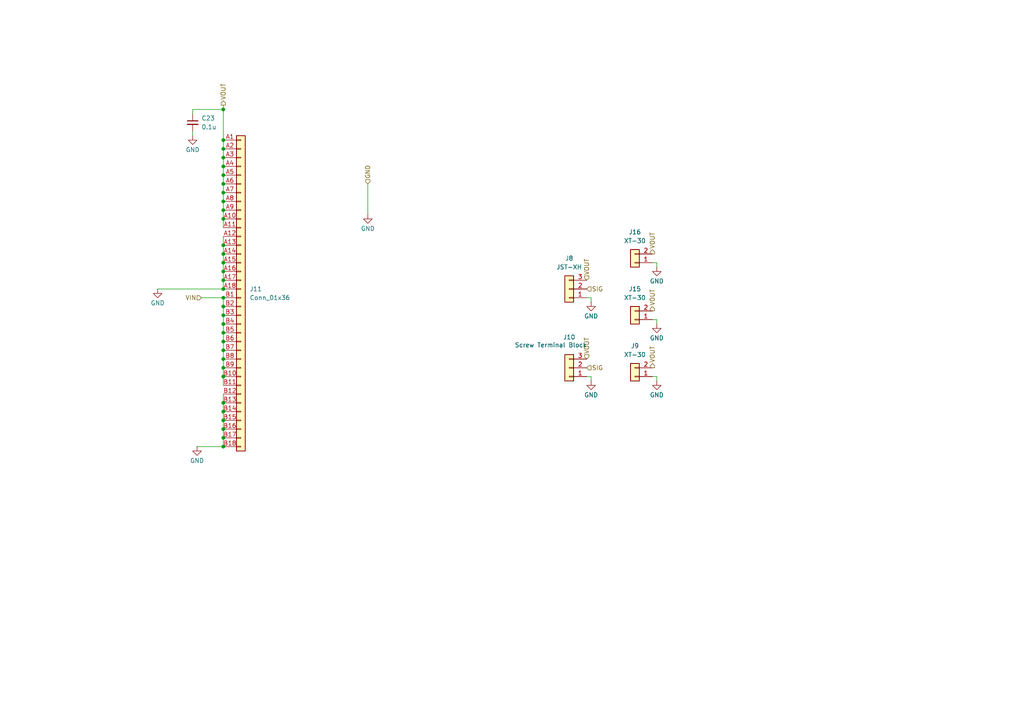
<source format=kicad_sch>
(kicad_sch (version 20250114) (generator "eeschema") (generator_version "9.0")
  (paper "A4")
  (lib_symbols
    (symbol "Conn_01x36_1" (pin_names (offset 1.016) (hide yes))
      (property "Reference" "J4" (at 2.54 0.0001 0))
      (property "Value" "Conn_01x36" (at 2.54 -2.5399 0))
      (symbol "Conn_01x36_1_1_1"
        (rectangle (start -1.27 44.45) (end 1.27 -46.99) (stroke (width 0.254)) (fill (type background)))
        (rectangle (start -1.27 43.307) (end 0 43.053) (stroke (width 0.1524)))
        (rectangle (start -1.27 40.767) (end 0 40.513) (stroke (width 0.1524)))
        (rectangle (start -1.27 38.227) (end 0 37.973) (stroke (width 0.1524)))
        (rectangle (start -1.27 35.687) (end 0 35.433) (stroke (width 0.1524)))
        (rectangle (start -1.27 33.147) (end 0 32.893) (stroke (width 0.1524)))
        (rectangle (start -1.27 30.607) (end 0 30.353) (stroke (width 0.1524)))
        (rectangle (start -1.27 28.067) (end 0 27.813) (stroke (width 0.1524)))
        (rectangle (start -1.27 25.527) (end 0 25.273) (stroke (width 0.1524)))
        (rectangle (start -1.27 22.987) (end 0 22.733) (stroke (width 0.1524)))
        (rectangle (start -1.27 20.447) (end 0 20.193) (stroke (width 0.1524)))
        (rectangle (start -1.27 17.907) (end 0 17.653) (stroke (width 0.1524)))
        (rectangle (start -1.27 15.367) (end 0 15.113) (stroke (width 0.1524)))
        (rectangle (start -1.27 12.827) (end 0 12.573) (stroke (width 0.1524)))
        (rectangle (start -1.27 10.287) (end 0 10.033) (stroke (width 0.1524)))
        (rectangle (start -1.27 7.747) (end 0 7.493) (stroke (width 0.1524)))
        (rectangle (start -1.27 5.207) (end 0 4.953) (stroke (width 0.1524)))
        (rectangle (start -1.27 2.667) (end 0 2.413) (stroke (width 0.1524)))
        (rectangle (start -1.27 0.127) (end 0 -0.127) (stroke (width 0.1524)))
        (rectangle (start -1.27 -2.413) (end 0 -2.667) (stroke (width 0.1524)))
        (rectangle (start -1.27 -4.953) (end 0 -5.207) (stroke (width 0.1524)))
        (rectangle (start -1.27 -7.493) (end 0 -7.747) (stroke (width 0.1524)))
        (rectangle (start -1.27 -10.033) (end 0 -10.287) (stroke (width 0.1524)))
        (rectangle (start -1.27 -12.573) (end 0 -12.827) (stroke (width 0.1524)))
        (rectangle (start -1.27 -15.113) (end 0 -15.367) (stroke (width 0.1524)))
        (rectangle (start -1.27 -17.653) (end 0 -17.907) (stroke (width 0.1524)))
        (rectangle (start -1.27 -20.193) (end 0 -20.447) (stroke (width 0.1524)))
        (rectangle (start -1.27 -22.733) (end 0 -22.987) (stroke (width 0.1524)))
        (rectangle (start -1.27 -25.273) (end 0 -25.527) (stroke (width 0.1524)))
        (rectangle (start -1.27 -27.813) (end 0 -28.067) (stroke (width 0.1524)))
        (rectangle (start -1.27 -30.353) (end 0 -30.607) (stroke (width 0.1524)))
        (rectangle (start -1.27 -32.893) (end 0 -33.147) (stroke (width 0.1524)))
        (rectangle (start -1.27 -35.433) (end 0 -35.687) (stroke (width 0.1524)))
        (rectangle (start -1.27 -37.973) (end 0 -38.227) (stroke (width 0.1524)))
        (rectangle (start -1.27 -40.513) (end 0 -40.767) (stroke (width 0.1524)))
        (rectangle (start -1.27 -43.053) (end 0 -43.307) (stroke (width 0.1524)))
        (rectangle (start -1.27 -45.593) (end 0 -45.847) (stroke (width 0.1524)))
        (pin passive line (at -5.08 43.18 0) (length 3.81) (name "Pin_1") (number "A1"))
        (pin passive line (at -5.08 40.64 0) (length 3.81) (name "Pin_2") (number "A2"))
        (pin passive line (at -5.08 38.1 0) (length 3.81) (name "Pin_3") (number "A3"))
        (pin passive line (at -5.08 35.56 0) (length 3.81) (name "Pin_4") (number "A4"))
        (pin passive line (at -5.08 33.02 0) (length 3.81) (name "Pin_5") (number "A5"))
        (pin passive line (at -5.08 30.48 0) (length 3.81) (name "Pin_6") (number "A6"))
        (pin passive line (at -5.08 27.94 0) (length 3.81) (name "Pin_7") (number "A7"))
        (pin passive line (at -5.08 25.4 0) (length 3.81) (name "Pin_8") (number "A8"))
        (pin passive line (at -5.08 22.86 0) (length 3.81) (name "Pin_9") (number "A9"))
        (pin passive line (at -5.08 20.32 0) (length 3.81) (name "Pin_10") (number "A10"))
        (pin passive line (at -5.08 17.78 0) (length 3.81) (name "Pin_11") (number "A11"))
        (pin passive line (at -5.08 15.24 0) (length 3.81) (name "Pin_12") (number "A12"))
        (pin passive line (at -5.08 12.7 0) (length 3.81) (name "Pin_13") (number "A13"))
        (pin passive line (at -5.08 10.16 0) (length 3.81) (name "Pin_14") (number "A14"))
        (pin passive line (at -5.08 7.62 0) (length 3.81) (name "A15") (number "A15"))
        (pin passive line (at -5.08 5.08 0) (length 3.81) (name "Pin_16") (number "A16"))
        (pin passive line (at -5.08 2.54 0) (length 3.81) (name "Pin_17") (number "A17"))
        (pin passive line (at -5.08 0 0) (length 3.81) (name "Pin_18") (number "A18"))
        (pin passive line (at -5.08 -2.54 0) (length 3.81) (name "Pin_19") (number "B1"))
        (pin passive line (at -5.08 -5.08 0) (length 3.81) (name "Pin_20") (number "B2"))
        (pin passive line (at -5.08 -7.62 0) (length 3.81) (name "Pin_21") (number "B3"))
        (pin passive line (at -5.08 -10.16 0) (length 3.81) (name "Pin_22") (number "B4"))
        (pin passive line (at -5.08 -12.7 0) (length 3.81) (name "Pin_23") (number "B5"))
        (pin passive line (at -5.08 -15.24 0) (length 3.81) (name "Pin_24") (number "B6"))
        (pin passive line (at -5.08 -17.78 0) (length 3.81) (name "Pin_25") (number "B7"))
        (pin passive line (at -5.08 -20.32 0) (length 3.81) (name "Pin_26") (number "B8"))
        (pin passive line (at -5.08 -22.86 0) (length 3.81) (name "Pin_27") (number "B9"))
        (pin passive line (at -5.08 -25.4 0) (length 3.81) (name "Pin_28") (number "B10"))
        (pin passive line (at -5.08 -27.94 0) (length 3.81) (name "Pin_29") (number "B11"))
        (pin passive line (at -5.08 -30.48 0) (length 3.81) (name "Pin_30") (number "B12"))
        (pin passive line (at -5.08 -33.02 0) (length 3.81) (name "Pin_31") (number "B13"))
        (pin passive line (at -5.08 -35.56 0) (length 3.81) (name "Pin_32") (number "B14"))
        (pin passive line (at -5.08 -38.1 0) (length 3.81) (name "Pin_33") (number "B15"))
        (pin passive line (at -5.08 -40.64 0) (length 3.81) (name "Pin_34") (number "B16"))
        (pin passive line (at -5.08 -43.18 0) (length 3.81) (name "Pin_35") (number "B17"))
        (pin passive line (at -5.08 -45.72 0) (length 3.81) (name "Pin_36") (number "B18"))
      )
    )
    (symbol "Connector_Generic:Conn_01x02" (pin_names (offset 1.016) (hide yes))
      (property "Reference" "J" (at 0 2.54 0))
      (property "Value" "Conn_01x02" (at 0 -5.08 0))
      (symbol "Conn_01x02_1_1"
        (rectangle (start -1.27 1.27) (end 1.27 -3.81) (stroke (width 0.254)) (fill (type background)))
        (rectangle (start -1.27 0.127) (end 0 -0.127) (stroke (width 0.1524)))
        (rectangle (start -1.27 -2.413) (end 0 -2.667) (stroke (width 0.1524)))
        (pin passive line (at -5.08 0 0) (length 3.81) (name "Pin_1") (number "1"))
        (pin passive line (at -5.08 -2.54 0) (length 3.81) (name "Pin_2") (number "2"))
      )
    )
    (symbol "Connector_Generic:Conn_01x03" (pin_names (offset 1.016) (hide yes))
      (property "Reference" "J" (at 0 5.08 0))
      (property "Value" "Conn_01x03" (at 0 -5.08 0))
      (symbol "Conn_01x03_1_1"
        (rectangle (start -1.27 3.81) (end 1.27 -3.81) (stroke (width 0.254)) (fill (type background)))
        (rectangle (start -1.27 2.667) (end 0 2.413) (stroke (width 0.1524)))
        (rectangle (start -1.27 0.127) (end 0 -0.127) (stroke (width 0.1524)))
        (rectangle (start -1.27 -2.413) (end 0 -2.667) (stroke (width 0.1524)))
        (pin passive line (at -5.08 2.54 0) (length 3.81) (name "Pin_1") (number "1"))
        (pin passive line (at -5.08 0 0) (length 3.81) (name "Pin_2") (number "2"))
        (pin passive line (at -5.08 -2.54 0) (length 3.81) (name "Pin_3") (number "3"))
      )
    )
    (symbol "Device:C_Small" (pin_numbers (hide yes)) (pin_names (offset 0.254) (hide yes))
      (property "Reference" "C" (at 0.254 1.778 0))
      (property "Value" "C_Small" (at 0.254 -2.032 0))
      (symbol "C_Small_0_1"
        (polyline (pts (xy -1.524 0.508) (xy 1.524 0.508)) (stroke (width 0.3048)))
        (polyline (pts (xy -1.524 -0.508) (xy 1.524 -0.508)) (stroke (width 0.3302)))
      )
      (symbol "C_Small_1_1"
        (pin passive line (at 0 2.54 270) (length 2.032) (name "~") (number "1"))
        (pin passive line (at 0 -2.54 90) (length 2.032) (name "~") (number "2"))
      )
    )
    (symbol "power:GND1" (power) (pin_numbers (hide yes)) (pin_names (offset 0) (hide yes))
      (property "Value" "GND1" (at 0 -3.81 0))
      (symbol "GND1_0_1"
        (polyline (pts (xy 0 0) (xy 0 -1.27) (xy 1.27 -1.27) (xy 0 -2.54) (xy -1.27 -1.27) (xy 0 -1.27)))
      )
      (symbol "GND1_1_1"
        (pin power_in line (at 0 0 270) (length 0) (name "~") (number "1"))
      )
    )
  )
  (junction (at 64.77 83.82))
  (junction (at 64.77 78.74))
  (junction (at 64.77 96.52))
  (junction (at 64.77 60.96))
  (junction (at 64.77 53.34))
  (junction (at 64.77 106.68))
  (junction (at 64.77 124.46))
  (junction (at 64.77 48.26))
  (junction (at 64.77 99.06))
  (junction (at 64.77 40.64))
  (junction (at 64.77 58.42))
  (junction (at 64.77 101.6))
  (junction (at 64.77 45.72))
  (junction (at 64.77 73.66))
  (junction (at 64.77 43.18))
  (junction (at 64.77 121.92))
  (junction (at 64.77 63.5))
  (junction (at 64.77 86.36))
  (junction (at 64.77 104.14))
  (junction (at 64.77 91.44))
  (junction (at 64.77 93.98))
  (junction (at 64.77 129.54))
  (junction (at 64.77 81.28))
  (junction (at 64.77 88.9))
  (junction (at 64.77 76.2))
  (junction (at 64.77 50.8))
  (junction (at 64.77 31.75))
  (junction (at 64.77 127))
  (junction (at 64.77 119.38))
  (junction (at 64.77 55.88))
  (junction (at 64.77 109.22))
  (junction (at 64.77 116.84))
  (junction (at 64.77 71.12))
  (wire (pts (xy 64.77 104.14) (xy 64.77 106.68)))
  (wire (pts (xy 64.77 91.44) (xy 64.77 93.98)))
  (wire (pts (xy 64.77 96.52) (xy 64.77 99.06)))
  (wire (pts (xy 64.77 109.22) (xy 64.77 111.76)))
  (wire (pts (xy 64.77 93.98) (xy 64.77 96.52)))
  (wire (pts (xy 171.45 110.49) (xy 171.45 109.22)))
  (wire (pts (xy 64.77 88.9) (xy 64.77 91.44)))
  (wire (pts (xy 171.45 109.22) (xy 170.18 109.22)))
  (wire (pts (xy 64.77 121.92) (xy 64.77 124.46)))
  (wire (pts (xy 64.77 43.18) (xy 64.77 45.72)))
  (wire (pts (xy 190.5 76.2) (xy 189.23 76.2)))
  (wire (pts (xy 64.77 127) (xy 64.77 129.54)))
  (wire (pts (xy 64.77 119.38) (xy 64.77 121.92)))
  (wire (pts (xy 64.77 50.8) (xy 64.77 53.34)))
  (wire (pts (xy 55.88 31.75) (xy 64.77 31.75)))
  (wire (pts (xy 64.77 60.96) (xy 64.77 63.5)))
  (wire (pts (xy 64.77 116.84) (xy 64.77 119.38)))
  (wire (pts (xy 190.5 92.71) (xy 189.23 92.71)))
  (wire (pts (xy 64.77 101.6) (xy 64.77 104.14)))
  (wire (pts (xy 190.5 77.47) (xy 190.5 76.2)))
  (wire (pts (xy 64.77 53.34) (xy 64.77 55.88)))
  (wire (pts (xy 64.77 68.58) (xy 64.77 71.12)))
  (wire (pts (xy 64.77 73.66) (xy 64.77 76.2)))
  (wire (pts (xy 64.77 99.06) (xy 64.77 101.6)))
  (wire (pts (xy 64.77 76.2) (xy 64.77 78.74)))
  (wire (pts (xy 57.15 129.54) (xy 64.77 129.54)))
  (wire (pts (xy 106.68 53.34) (xy 106.68 62.23)))
  (wire (pts (xy 64.77 58.42) (xy 64.77 60.96)))
  (wire (pts (xy 171.45 87.63) (xy 171.45 86.36)))
  (wire (pts (xy 64.77 124.46) (xy 64.77 127)))
  (wire (pts (xy 58.42 86.36) (xy 64.77 86.36)))
  (wire (pts (xy 190.5 109.22) (xy 189.23 109.22)))
  (wire (pts (xy 64.77 81.28) (xy 64.77 83.82)))
  (wire (pts (xy 64.77 40.64) (xy 64.77 43.18)))
  (wire (pts (xy 190.5 110.49) (xy 190.5 109.22)))
  (wire (pts (xy 64.77 55.88) (xy 64.77 58.42)))
  (wire (pts (xy 64.77 78.74) (xy 64.77 81.28)))
  (wire (pts (xy 45.72 83.82) (xy 64.77 83.82)))
  (wire (pts (xy 190.5 93.98) (xy 190.5 92.71)))
  (wire (pts (xy 64.77 48.26) (xy 64.77 50.8)))
  (wire (pts (xy 64.77 31.75) (xy 64.77 40.64)))
  (wire (pts (xy 64.77 71.12) (xy 64.77 73.66)))
  (wire (pts (xy 64.77 114.3) (xy 64.77 116.84)))
  (wire (pts (xy 64.77 106.68) (xy 64.77 109.22)))
  (wire (pts (xy 64.77 86.36) (xy 64.77 88.9)))
  (wire (pts (xy 55.88 33.02) (xy 55.88 31.75)))
  (wire (pts (xy 171.45 86.36) (xy 170.18 86.36)))
  (wire (pts (xy 64.77 45.72) (xy 64.77 48.26)))
  (wire (pts (xy 55.88 39.37) (xy 55.88 38.1)))
  (wire (pts (xy 64.77 30.48) (xy 64.77 31.75)))
  (wire (pts (xy 64.77 63.5) (xy 64.77 66.04)))
  (hierarchical_label "VOUT" (shape output) (at 189.23 73.66 90))
  (hierarchical_label "SIG" (shape input) (at 170.18 83.82 0))
  (hierarchical_label "VOUT" (shape input) (at 170.18 104.14 90))
  (hierarchical_label "VOUT" (shape output) (at 189.23 106.68 90))
  (hierarchical_label "SIG" (shape input) (at 170.18 106.68 0))
  (hierarchical_label "GND" (shape input) (at 106.68 53.34 90))
  (hierarchical_label "VOUT" (shape output) (at 189.23 90.17 90))
  (hierarchical_label "VOUT" (shape output) (at 64.77 30.48 90))
  (hierarchical_label "VOUT" (shape input) (at 170.18 81.28 90))
  (hierarchical_label "VIN" (shape input) (at 58.42 86.36 180))
  (symbol (lib_name "Conn_01x36_1") (lib_id "Connector_Generic:Conn_01x36") (at 69.85 83.82 0) (unit 1)
    (property "Reference" "J11" (at 72.39 83.8199 0) (effects (justify left)))
    (property "Value" "Conn_01x36" (at 72.39 86.3599 0) (effects (justify left)))
    (property "Footprint" "footprints:CONN_10018784_AMP" (effects (hide yes)))
    (property "Description" "Generic connector, single row, 01x36, script generated (kicad-library-utils/schlib/autogen/connector/)" (effects (hide yes)))
    (instances (project "galaxsea_26_pdb" (path "" (reference "J11") (unit 1)) (path "" (reference "J25") (unit 1)) (path "" (reference "J3") (unit 1)) (path "" (reference "J19") (unit 1))))
  )
  (symbol (lib_id "power:GND1") (at 55.88 39.37 0) (unit 1)
    (property "Reference" "#PWR039" (effects (hide yes)))
    (property "Value" "GND" (at 55.88 43.434 0))
    (property "Description" "Power symbol creates a global label with name \"GND1\" , ground" (effects (hide yes)))
    (instances (project "galaxsea_26_pdb" (path "" (reference "#PWR039") (unit 1)) (path "" (reference "#PWR062") (unit 1)) (path "" (reference "#PWR033") (unit 1)) (path "" (reference "#PWR051") (unit 1))))
  )
  (symbol (lib_id "power:GND1") (at 171.45 110.49 0) (unit 1)
    (property "Reference" "#PWR042" (effects (hide yes)))
    (property "Value" "GND" (at 171.45 114.554 0))
    (property "Description" "Power symbol creates a global label with name \"GND1\" , ground" (effects (hide yes)))
    (instances (project "galaxsea_26_pdb" (path "" (reference "#PWR042") (unit 1)) (path "" (reference "#PWR066") (unit 1)) (path "" (reference "#PWR046") (unit 1)) (path "" (reference "#PWR055") (unit 1))))
  )
  (symbol (lib_id "power:GND1") (at 190.5 77.47 0) (unit 1)
    (property "Reference" "#PWR059" (effects (hide yes)))
    (property "Value" "GND" (at 190.5 81.534 0))
    (property "Description" "Power symbol creates a global label with name \"GND1\" , ground" (effects (hide yes)))
    (instances (project "galaxsea_26_pdb" (path "" (reference "#PWR059") (unit 1)) (path "" (reference "#PWR067") (unit 1)) (path "" (reference "#PWR047") (unit 1)) (path "" (reference "#PWR056") (unit 1))))
  )
  (symbol (lib_id "power:GND1") (at 190.5 93.98 0) (unit 1)
    (property "Reference" "#PWR057" (effects (hide yes)))
    (property "Value" "GND" (at 190.5 98.044 0))
    (property "Description" "Power symbol creates a global label with name \"GND1\" , ground" (effects (hide yes)))
    (instances (project "galaxsea_26_pdb" (path "" (reference "#PWR057") (unit 1)) (path "" (reference "#PWR068") (unit 1)) (path "" (reference "#PWR048") (unit 1)) (path "" (reference "#PWR058") (unit 1))))
  )
  (symbol (lib_id "Connector_Generic:Conn_01x03") (at 165.1 106.68 180) (unit 1)
    (property "Reference" "J10" (at 165.1 97.79 0))
    (property "Value" "Screw Terminal Block" (at 159.766 100.076 0))
    (property "Footprint" "TerminalBlock:TerminalBlock_Altech_AK300-3_P5.00mm" (effects (hide yes)))
    (property "Description" "Generic connector, single row, 01x03, script generated (kicad-library-utils/schlib/autogen/connector/)" (effects (hide yes)))
    (instances (project "galaxsea_26_pdb" (path "" (reference "J10") (unit 1)) (path "" (reference "J27") (unit 1)) (path "" (reference "J13") (unit 1)) (path "" (reference "J21") (unit 1))))
  )
  (symbol (lib_id "power:GND1") (at 45.72 83.82 0) (unit 1)
    (property "Reference" "#PWR044" (effects (hide yes)))
    (property "Value" "GND" (at 45.72 87.884 0))
    (property "Description" "Power symbol creates a global label with name \"GND1\" , ground" (effects (hide yes)))
    (instances (project "galaxsea_26_pdb" (path "" (reference "#PWR044") (unit 1)) (path "" (reference "#PWR061") (unit 1)) (path "" (reference "#PWR032") (unit 1)) (path "" (reference "#PWR050") (unit 1))))
  )
  (symbol (lib_id "Connector_Generic:Conn_01x02") (at 184.15 76.2 180) (unit 1)
    (property "Reference" "J16" (at 184.15 67.31 0))
    (property "Value" "XT-30" (at 184.15 69.85 0))
    (property "Footprint" "Connector_AMASS:AMASS_XT30UPB-F_1x02_P5.0mm_Vertical" (effects (hide yes)))
    (property "Description" "Generic connector, single row, 01x02, script generated (kicad-library-utils/schlib/autogen/connector/)" (effects (hide yes)))
    (instances (project "galaxsea_26_pdb" (path "" (reference "J16") (unit 1)) (path "" (reference "J28") (unit 1)) (path "" (reference "J14") (unit 1)) (path "" (reference "J22") (unit 1))))
  )
  (symbol (lib_id "Connector_Generic:Conn_01x02") (at 184.15 109.22 180) (unit 1)
    (property "Reference" "J9" (at 184.15 100.33 0))
    (property "Value" "XT-30" (at 184.15 102.87 0))
    (property "Footprint" "Connector_AMASS:AMASS_XT30UPB-F_1x02_P5.0mm_Vertical" (effects (hide yes)))
    (property "Description" "Generic connector, single row, 01x02, script generated (kicad-library-utils/schlib/autogen/connector/)" (effects (hide yes)))
    (instances (project "galaxsea_26_pdb" (path "" (reference "J9") (unit 1)) (path "" (reference "J30") (unit 1)) (path "" (reference "J18") (unit 1)) (path "" (reference "J24") (unit 1))))
  )
  (symbol (lib_id "power:GND1") (at 57.15 129.54 0) (unit 1)
    (property "Reference" "#PWR045" (effects (hide yes)))
    (property "Value" "GND" (at 57.15 133.604 0))
    (property "Description" "Power symbol creates a global label with name \"GND1\" , ground" (effects (hide yes)))
    (instances (project "galaxsea_26_pdb" (path "" (reference "#PWR045") (unit 1)) (path "" (reference "#PWR063") (unit 1)) (path "" (reference "#PWR034") (unit 1)) (path "" (reference "#PWR052") (unit 1))))
  )
  (symbol (lib_id "power:GND1") (at 190.5 110.49 0) (unit 1)
    (property "Reference" "#PWR041" (effects (hide yes)))
    (property "Value" "GND" (at 190.5 114.554 0))
    (property "Description" "Power symbol creates a global label with name \"GND1\" , ground" (effects (hide yes)))
    (instances (project "galaxsea_26_pdb" (path "" (reference "#PWR041") (unit 1)) (path "" (reference "#PWR069") (unit 1)) (path "" (reference "#PWR049") (unit 1)) (path "" (reference "#PWR060") (unit 1))))
  )
  (symbol (lib_id "Connector_Generic:Conn_01x03") (at 165.1 83.82 180) (unit 1)
    (property "Reference" "J8" (at 165.1 74.93 0))
    (property "Value" "JST-XH" (at 165.1 77.47 0))
    (property "Footprint" "Connector_JST:JST_XH_B3B-XH-AM_1x03_P2.50mm_Vertical" (effects (hide yes)))
    (property "Description" "Generic connector, single row, 01x03, script generated (kicad-library-utils/schlib/autogen/connector/)" (effects (hide yes)))
    (instances (project "galaxsea_26_pdb" (path "" (reference "J8") (unit 1)) (path "" (reference "J26") (unit 1)) (path "" (reference "J12") (unit 1)) (path "" (reference "J20") (unit 1))))
  )
  (symbol (lib_id "power:GND1") (at 171.45 87.63 0) (unit 1)
    (property "Reference" "#PWR040" (effects (hide yes)))
    (property "Value" "GND" (at 171.45 91.694 0))
    (property "Description" "Power symbol creates a global label with name \"GND1\" , ground" (effects (hide yes)))
    (instances (project "galaxsea_26_pdb" (path "" (reference "#PWR040") (unit 1)) (path "" (reference "#PWR065") (unit 1)) (path "" (reference "#PWR043") (unit 1)) (path "" (reference "#PWR054") (unit 1))))
  )
  (symbol (lib_id "Connector_Generic:Conn_01x02") (at 184.15 92.71 180) (unit 1)
    (property "Reference" "J15" (at 184.15 83.82 0))
    (property "Value" "XT-30" (at 184.15 86.36 0))
    (property "Footprint" "Connector_AMASS:AMASS_XT30UPB-F_1x02_P5.0mm_Vertical" (effects (hide yes)))
    (property "Description" "Generic connector, single row, 01x02, script generated (kicad-library-utils/schlib/autogen/connector/)" (effects (hide yes)))
    (instances (project "galaxsea_26_pdb" (path "" (reference "J15") (unit 1)) (path "" (reference "J29") (unit 1)) (path "" (reference "J17") (unit 1)) (path "" (reference "J23") (unit 1))))
  )
  (symbol (lib_id "Device:C_Small") (at 55.88 35.56 0) (unit 1)
    (property "Reference" "C23" (at 58.42 34.2962 0) (effects (justify left)))
    (property "Value" "0.1u" (at 58.42 36.8362 0) (effects (justify left)))
    (property "Footprint" "Capacitor_SMD:C_0805_2012Metric" (effects (hide yes)))
    (property "Description" "Unpolarized capacitor, small symbol" (effects (hide yes)))
    (instances (project "galaxsea_26_pdb" (path "" (reference "C23") (unit 1)) (path "" (reference "C26") (unit 1)) (path "" (reference "C22") (unit 1)) (path "" (reference "C25") (unit 1))))
  )
  (symbol (lib_id "power:GND1") (at 106.68 62.23 0) (unit 1)
    (property "Reference" "#PWR035" (effects (hide yes)))
    (property "Value" "GND" (at 106.68 66.294 0))
    (property "Description" "Power symbol creates a global label with name \"GND1\" , ground" (effects (hide yes)))
    (instances (project "galaxsea_26_pdb" (path "" (reference "#PWR035") (unit 1)) (path "" (reference "#PWR064") (unit 1)) (path "" (reference "#PWR038") (unit 1)) (path "" (reference "#PWR053") (unit 1))))
  )
)
</source>
